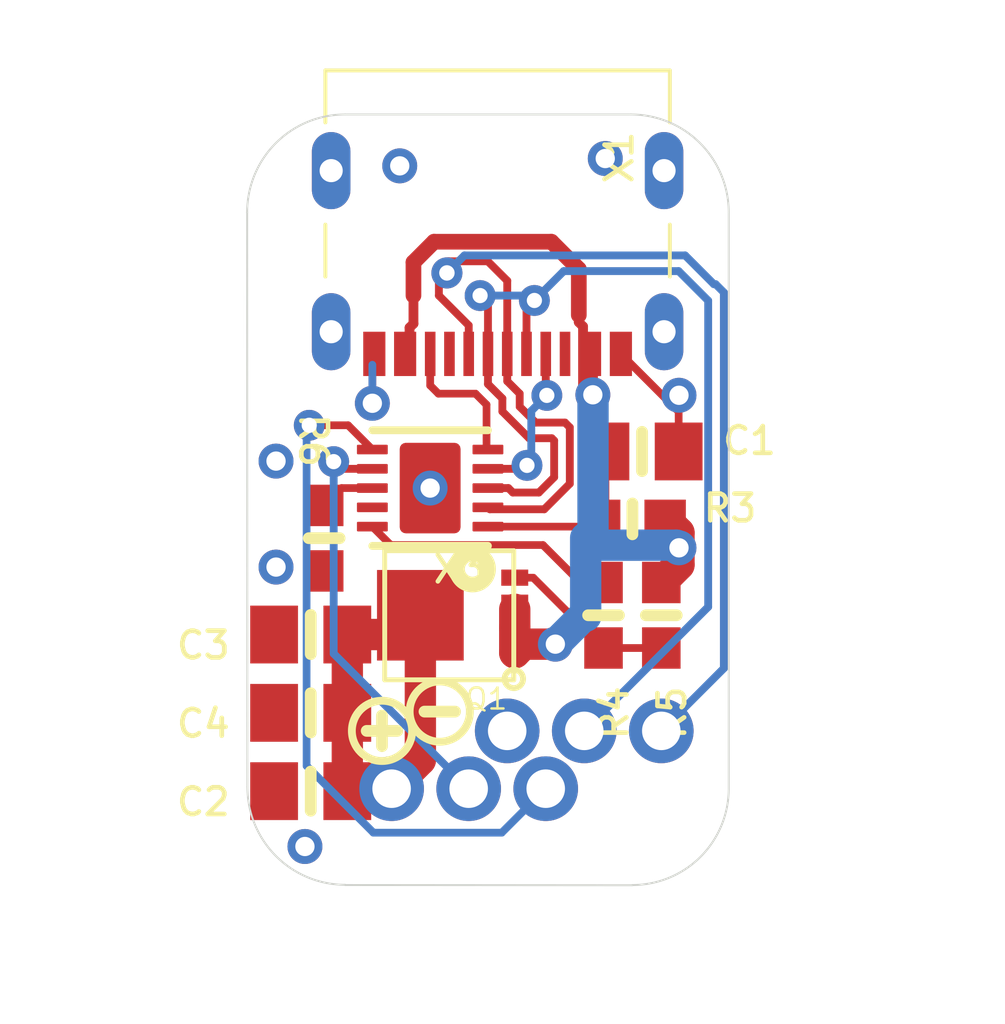
<source format=kicad_pcb>
(kicad_pcb (version 20240108) (generator "pcbnew") (generator_version "8.0")
  (layers (0 "F.Cu" signal) (31 "B.Cu" signal) (34 "B.Paste" user) (35 "F.Paste" user) (36 "B.SilkS" user "B.Silkscreen") (37 "F.SilkS" user "F.Silkscreen") (38 "B.Mask" user) (39 "F.Mask" user) (44 "Edge.Cuts" user))
  (net 0 "")
  (net 1 "VBUS")
  (net 2 "GND")
  (net 3 "D+")
  (net 4 "D-")
  (net 5 "CC1")
  (net 6 "CC2")
  (net 7 "VOUT")
  (net 8 "N$1")
  (net 9 "N$2")
  (net 10 "N$4")
  (net 11 "N$3")
  (net 12 "SCL")
  (net 13 "SDA")
  (net 14 "N$9")
  (footprint "Adafruit HUSB238 USB-C PD Breakout:0603-NO" (layer "F.Cu") (at 152 103.75)
    (property "Reference" "R3" (at 1.778 0.127 0) (layer "F.SilkS") (effects (font (size 0.692831 0.692831) (thickness 0.119969)) (justify left bottom)))
    (property "Value" "10 ohm")
    (fp_line (start 0 -0.4) (end 0 0.4) (stroke (width 0.3048)) (layer "F.SilkS"))
    (pad "1" smd rect (at -0.85 0) (size 1.075 1) (layers "F.Cu" "F.Paste" "F.Mask") (net 8 "N$1"))
    (pad "2" smd rect (at 0.85 0) (size 1.075 1) (layers "F.Cu" "F.Paste" "F.Mask") (net 1 "VBUS"))
  )
  (footprint "Adafruit HUSB238 USB-C PD Breakout:PLABEL4" (layer "F.Cu") (at 148 100.8761)
    (property "Reference" "PLABEL4" (hide yes))
    (property "Value" "" (hide yes))
  )
  (footprint "Adafruit HUSB238 USB-C PD Breakout:PLABEL16" (layer "F.Cu") (at 146.0246 115.3541)
    (property "Reference" "PLABEL16" (hide yes))
    (property "Value" "" (hide yes))
  )
  (footprint "Adafruit HUSB238 USB-C PD Breakout:PLABEL3" (layer "F.Cu") (at 140.9446 115.3541)
    (property "Reference" "PLABEL3" (hide yes))
    (property "Value" "" (hide yes))
  )
  (footprint "Adafruit HUSB238 USB-C PD Breakout:PLABEL6" (layer "F.Cu") (at 152.3391 102.5311)
    (property "Reference" "PLABEL6" (hide yes))
    (property "Value" "" (hide yes))
  )
  (footprint "Adafruit HUSB238 USB-C PD Breakout:PLABEL13" (layer "F.Cu") (at 143.098357 101.0031 90)
    (property "Reference" "PLABEL13" (hide yes))
    (property "Value" "" (hide yes))
  )
  (footprint "Adafruit HUSB238 USB-C PD Breakout:PLABEL14" (layer "F.Cu") (at 143.098357 98.7806 90)
    (property "Reference" "PLABEL14" (hide yes))
    (property "Value" "" (hide yes))
  )
  (footprint "Adafruit HUSB238 USB-C PD Breakout:PLABEL15" (layer "F.Cu") (at 140.3096 98.6536)
    (property "Reference" "PLABEL15" (hide yes))
    (property "Value" "" (hide yes))
  )
  (footprint "Adafruit HUSB238 USB-C PD Breakout:SYMBOL_MINUS" (layer "F.Cu") (at 147 108.75)
    (property "Reference" "U$14" (hide yes))
    (property "Value" "" (hide yes))
    (fp_line (start 0.3968 0) (end -0.3969 0) (stroke (width 0.3048)) (layer "F.SilkS"))
    (fp_circle (center 0 0) (end 0.7817 0) (stroke (width 0.2032)) (fill none) (layer "F.SilkS"))
  )
  (footprint "Adafruit HUSB238 USB-C PD Breakout:PLABEL8" (layer "F.Cu") (at 153.6446 107.4166)
    (property "Reference" "PLABEL8" (hide yes))
    (property "Value" "" (hide yes))
  )
  (footprint "Adafruit HUSB238 USB-C PD Breakout:0805-NO" (layer "F.Cu") (at 143.65 108.782 180)
    (property "Reference" "C4" (at 2.032 0.127 0) (layer "F.SilkS") (effects (font (size 0.692831 0.692831) (thickness 0.119969)) (justify right top)))
    (property "Value" "4.7uF")
    (fp_line (start 0 -0.508) (end 0 0.508) (stroke (width 0.3048)) (layer "F.SilkS"))
    (pad "1" smd rect (at -0.95 0 180) (size 1.24 1.5) (layers "F.Cu" "F.Paste" "F.Mask") (net 7 "VOUT"))
    (pad "2" smd rect (at 0.95 0 180) (size 1.24 1.5) (layers "F.Cu" "F.Paste" "F.Mask") (net 2 "GND"))
  )
  (footprint "Adafruit HUSB238 USB-C PD Breakout:1X03_ROUND" (layer "F.Cu") (at 150.75 109.25)
    (property "Reference" "JP4" (hide yes))
    (property "Value" "")
    (pad "1" thru_hole circle (at -2 0 90) (size 1.6764 1.6764) (drill 1) (layers "*.Cu" "*.Mask") (net 2 "GND"))
    (pad "2" thru_hole circle (at 0 0 90) (size 1.6764 1.6764) (drill 1) (layers "*.Cu" "*.Mask") (net 4 "D-"))
    (pad "3" thru_hole circle (at 2 0 90) (size 1.6764 1.6764) (drill 1) (layers "*.Cu" "*.Mask") (net 3 "D+"))
  )
  (footprint "Adafruit HUSB238 USB-C PD Breakout:0603-NO" (layer "F.Cu") (at 152.75 106.25 -90)
    (property "Reference" "R5" (at 1.778 0.127 90) (layer "F.SilkS") (effects (font (size 0.692831 0.692831) (thickness 0.119969)) (justify right top)))
    (property "Value" "49.9K")
    (fp_line (start 0 -0.4) (end 0 0.4) (stroke (width 0.3048)) (layer "F.SilkS"))
    (pad "1" smd rect (at -0.85 0 270) (size 1.075 1) (layers "F.Cu" "F.Paste" "F.Mask") (net 1 "VBUS"))
    (pad "2" smd rect (at 0.85 0 270) (size 1.075 1) (layers "F.Cu" "F.Paste" "F.Mask") (net 9 "N$2"))
  )
  (footprint "Adafruit HUSB238 USB-C PD Breakout:SYMBOL_PLUS" (layer "F.Cu") (at 145.5 109.25)
    (property "Reference" "U$7" (hide yes))
    (property "Value" "" (hide yes))
    (fp_line (start 0 -0.3968) (end 0 0.3968) (stroke (width 0.3048)) (layer "F.SilkS"))
    (fp_line (start 0.3968 0) (end -0.3969 0) (stroke (width 0.3048)) (layer "F.SilkS"))
    (fp_circle (center 0 0) (end 0.7817 0) (stroke (width 0.2032)) (fill none) (layer "F.SilkS"))
  )
  (footprint "Adafruit HUSB238 USB-C PD Breakout:POWERDI3333" (layer "F.Cu") (at 147.5 106.25 180)
    (property "Reference" "Q1" (at -1.3 -1.85 0) (layer "F.SilkS") (effects (font (size 0.545226 0.545226) (thickness 0.064374)) (justify right top)))
    (property "Value" "AONR21307")
    (fp_line (start 1.929 1.675) (end -1.421 1.675) (stroke (width 0.127)) (layer "F.SilkS"))
    (fp_line (start 1.929 -1.675) (end 1.929 1.675) (stroke (width 0.127)) (layer "F.SilkS"))
    (fp_line (start -1.421 1.675) (end -1.421 -1.675) (stroke (width 0.127)) (layer "F.SilkS"))
    (fp_line (start -1.421 -1.675) (end 1.929 -1.675) (stroke (width 0.127)) (layer "F.SilkS"))
    (fp_circle (center -1.4224 -1.651) (end -1.182779 -1.651) (stroke (width 0.1524)) (fill none) (layer "F.SilkS"))
    (pad "1" smd rect (at -1.446 -0.975 180) (size 0.7 0.42) (layers "F.Cu" "F.Paste" "F.Mask") (net 1 "VBUS"))
    (pad "2" smd rect (at -1.446 -0.325 180) (size 0.7 0.42) (layers "F.Cu" "F.Paste" "F.Mask") (net 1 "VBUS"))
    (pad "3" smd rect (at -1.446 0.325 180) (size 0.7 0.42) (layers "F.Cu" "F.Paste" "F.Mask") (net 1 "VBUS"))
    (pad "4" smd rect (at -1.446 0.975 180) (size 0.7 0.42) (layers "F.Cu" "F.Paste" "F.Mask") (net 9 "N$2"))
    (pad "5678" smd rect (at 1.004 0 90) (size 2.35 2.25) (layers "F.Cu" "F.Paste" "F.Mask") (net 7 "VOUT"))
  )
  (footprint "Adafruit HUSB238 USB-C PD Breakout:PLABEL1" (layer "F.Cu") (at 156.1211 115.7351)
    (property "Reference" "PLABEL1" (hide yes))
    (property "Value" "" (hide yes))
  )
  (footprint "Adafruit HUSB238 USB-C PD Breakout:0805-NO" (layer "F.Cu") (at 152.25 102)
    (property "Reference" "C1" (at 2.032 0.127 0) (layer "F.SilkS") (effects (font (size 0.692831 0.692831) (thickness 0.119969)) (justify left bottom)))
    (property "Value" "1uF/50V")
    (fp_line (start 0 -0.508) (end 0 0.508) (stroke (width 0.3048)) (layer "F.SilkS"))
    (pad "1" smd rect (at -0.95 0) (size 1.24 1.5) (layers "F.Cu" "F.Paste" "F.Mask") (net 8 "N$1"))
    (pad "2" smd rect (at 0.95 0) (size 1.24 1.5) (layers "F.Cu" "F.Paste" "F.Mask") (net 2 "GND"))
  )
  (footprint "Adafruit HUSB238 USB-C PD Breakout:DFN10_3X3MM" (layer "F.Cu") (at 146.75 102.95 90)
    (property "Reference" "X3" (at -1.7 1.5 0) (layer "F.SilkS") (effects (font (size 0.692831 0.692831) (thickness 0.119969)) (justify right top)))
    (property "Value" "HUSB238")
    (fp_line (start 1.5 -1.5) (end 1.5 1.5) (stroke (width 0.2032)) (layer "F.SilkS"))
    (fp_line (start -1.5 -1.5) (end -1.5 1.5) (stroke (width 0.2032)) (layer "F.SilkS"))
    (fp_circle (center -2.1 1.1) (end -1.9 1.1) (stroke (width 0.4064)) (fill none) (layer "F.SilkS"))
    (pad "1" smd roundrect (at -1 1.5 90) (size 0.25 0.8) (layers "F.Cu" "F.Paste" "F.Mask") (roundrect_rratio 0.1) (net 8 "N$1"))
    (pad "2" smd roundrect (at -0.5 1.5 90) (size 0.25 0.8) (layers "F.Cu" "F.Paste" "F.Mask") (roundrect_rratio 0.1) (net 3 "D+"))
    (pad "3" smd roundrect (at 0 1.5 90) (size 0.25 0.8) (layers "F.Cu" "F.Paste" "F.Mask") (roundrect_rratio 0.1) (net 4 "D-"))
    (pad "4" smd roundrect (at 0.5 1.5 90) (size 0.25 0.8) (layers "F.Cu" "F.Paste" "F.Mask") (roundrect_rratio 0.1) (net 5 "CC1"))
    (pad "5" smd roundrect (at 1 1.5 90) (size 0.25 0.8) (layers "F.Cu" "F.Paste" "F.Mask") (roundrect_rratio 0.1) (net 6 "CC2"))
    (pad "6" smd roundrect (at 1 -1.5 90) (size 0.25 0.8) (layers "F.Cu" "F.Paste" "F.Mask") (roundrect_rratio 0.1) (net 13 "SDA"))
    (pad "7" smd roundrect (at 0.5 -1.5 90) (size 0.25 0.8) (layers "F.Cu" "F.Paste" "F.Mask") (roundrect_rratio 0.1) (net 12 "SCL"))
    (pad "8" smd roundrect (at 0 -1.5 90) (size 0.25 0.8) (layers "F.Cu" "F.Paste" "F.Mask") (roundrect_rratio 0.1) (net 11 "N$3"))
    (pad "9" smd roundrect (at -0.5 -1.5 90) (size 0.25 0.8) (layers "F.Cu" "F.Paste" "F.Mask") (roundrect_rratio 0.1) (net 14 "N$9"))
    (pad "10" smd roundrect (at -1 -1.5 90) (size 0.25 0.8) (layers "F.Cu" "F.Paste" "F.Mask") (roundrect_rratio 0.1) (net 10 "N$4"))
    (pad "GND" smd roundrect (at 0 0 90) (size 2.35 1.58) (layers "F.Cu" "F.Mask") (roundrect_rratio 0.1) (net 2 "GND"))
  )
  (footprint "Adafruit HUSB238 USB-C PD Breakout:PLABEL10" (layer "F.Cu") (at 153.6446 111.2901)
    (property "Reference" "PLABEL10" (hide yes))
    (property "Value" "" (hide yes))
  )
  (footprint "Adafruit HUSB238 USB-C PD Breakout:0805-NO" (layer "F.Cu") (at 143.65 110.814 180)
    (property "Reference" "C2" (at 2.032 0.127 0) (layer "F.SilkS") (effects (font (size 0.692831 0.692831) (thickness 0.119969)) (justify right top)))
    (property "Value" "4.7uF")
    (fp_line (start 0 -0.508) (end 0 0.508) (stroke (width 0.3048)) (layer "F.SilkS"))
    (pad "1" smd rect (at -0.95 0 180) (size 1.24 1.5) (layers "F.Cu" "F.Paste" "F.Mask") (net 7 "VOUT"))
    (pad "2" smd rect (at 0.95 0 180) (size 1.24 1.5) (layers "F.Cu" "F.Paste" "F.Mask") (net 2 "GND"))
  )
  (footprint "Adafruit HUSB238 USB-C PD Breakout:0603-NO" (layer "F.Cu") (at 151.25 106.25 -90)
    (property "Reference" "R4" (at 1.778 0.127 90) (layer "F.SilkS") (effects (font (size 0.692831 0.692831) (thickness 0.119969)) (justify right top)))
    (property "Value" "5.1K")
    (fp_line (start 0 -0.4) (end 0 0.4) (stroke (width 0.3048)) (layer "F.SilkS"))
    (pad "1" smd rect (at -0.85 0 270) (size 1.075 1) (layers "F.Cu" "F.Paste" "F.Mask") (net 10 "N$4"))
    (pad "2" smd rect (at 0.85 0 270) (size 1.075 1) (layers "F.Cu" "F.Paste" "F.Mask") (net 9 "N$2"))
  )
  (footprint "Adafruit HUSB238 USB-C PD Breakout:PLABEL17" (layer "F.Cu") (at 151.0411 115.3541)
    (property "Reference" "PLABEL17" (hide yes))
    (property "Value" "" (hide yes))
  )
  (footprint "Adafruit HUSB238 USB-C PD Breakout:PLABEL0" (layer "F.Cu") (at 143.6116 115.3541)
    (property "Reference" "PLABEL0" (hide yes))
    (property "Value" "" (hide yes))
  )
  (footprint "Adafruit HUSB238 USB-C PD Breakout:PLABEL9" (layer "F.Cu") (at 153.6446 109.7661)
    (property "Reference" "PLABEL9" (hide yes))
    (property "Value" "" (hide yes))
  )
  (footprint "Adafruit HUSB238 USB-C PD Breakout:0805-NO" (layer "F.Cu") (at 143.65 106.75 180)
    (property "Reference" "C3" (at 2.032 0.127 0) (layer "F.SilkS") (effects (font (size 0.692831 0.692831) (thickness 0.119969)) (justify right top)))
    (property "Value" "4.7uF")
    (fp_line (start 0 -0.508) (end 0 0.508) (stroke (width 0.3048)) (layer "F.SilkS"))
    (pad "1" smd rect (at -0.95 0 180) (size 1.24 1.5) (layers "F.Cu" "F.Paste" "F.Mask") (net 7 "VOUT"))
    (pad "2" smd rect (at 0.95 0 180) (size 1.24 1.5) (layers "F.Cu" "F.Paste" "F.Mask") (net 2 "GND"))
  )
  (footprint "Adafruit HUSB238 USB-C PD Breakout:PLABEL11" (layer "F.Cu") (at 156.9466 111.2901)
    (property "Reference" "PLABEL11" (hide yes))
    (property "Value" "" (hide yes))
  )
  (footprint "Adafruit HUSB238 USB-C PD Breakout:PLABEL2" (layer "F.Cu") (at 153.5811 115.7351)
    (property "Reference" "PLABEL2" (hide yes))
    (property "Value" "" (hide yes))
  )
  (footprint "Adafruit HUSB238 USB-C PD Breakout:0603-NO" (layer "F.Cu") (at 144 104.25 90)
    (property "Reference" "R6" (at 1.778 0.127 -90) (layer "F.SilkS") (effects (font (size 0.692831 0.692831) (thickness 0.119969)) (justify right top)))
    (property "Value" "14K" (hide yes))
    (fp_line (start 0 -0.4) (end 0 0.4) (stroke (width 0.3048)) (layer "F.SilkS"))
    (pad "1" smd rect (at -0.85 0 90) (size 1.075 1) (layers "F.Cu" "F.Paste" "F.Mask") (net 2 "GND"))
    (pad "2" smd rect (at 0.85 0 90) (size 1.075 1) (layers "F.Cu" "F.Paste" "F.Mask") (net 11 "N$3"))
  )
  (footprint "Adafruit HUSB238 USB-C PD Breakout:1X03_ROUND" (layer "F.Cu") (at 147.75 110.75)
    (property "Reference" "JP3" (hide yes))
    (property "Value" "")
    (pad "1" thru_hole circle (at -2 0 90) (size 1.6764 1.6764) (drill 1) (layers "*.Cu" "*.Mask") (net 7 "VOUT"))
    (pad "2" thru_hole circle (at 0 0 90) (size 1.6764 1.6764) (drill 1) (layers "*.Cu" "*.Mask") (net 12 "SCL"))
    (pad "3" thru_hole circle (at 2 0 90) (size 1.6764 1.6764) (drill 1) (layers "*.Cu" "*.Mask") (net 13 "SDA"))
  )
  (footprint "Adafruit HUSB238 USB-C PD Breakout:PLABEL5" (layer "F.Cu") (at 154.1526 100.3681)
    (property "Reference" "PLABEL5" (hide yes))
    (property "Value" "" (hide yes))
  )
  (footprint "Adafruit HUSB238 USB-C PD Breakout:PLABEL7" (layer "F.Cu") (at 153.6446 105.1306)
    (property "Reference" "PLABEL7" (hide yes))
    (property "Value" "" (hide yes))
  )
  (footprint "Adafruit HUSB238 USB-C PD Breakout:PLABEL12" (layer "F.Cu") (at 142.6591 105.3211 90)
    (property "Reference" "PLABEL12" (hide yes))
    (property "Value" "" (hide yes))
  )
  (footprint "Adafruit HUSB238 USB-C PD Breakout:USB_C_CUSB31-CFM2AX-01-X" (layer "F.Cu") (at 148.5011 97.1931 180)
    (property "Reference" "X1" (at -2.75 3.56 90) (layer "F.SilkS") (effects (font (size 0.692831 0.692831) (thickness 0.119969)) (justify right top)))
    (property "Value" "USB Type C")
    (fp_line (start 4.47 5.08) (end -4.47 5.08) (stroke (width 0.1016)) (layer "F.SilkS"))
    (fp_line (start 4.47 3.73) (end 4.47 5.08) (stroke (width 0.1016)) (layer "F.SilkS"))
    (fp_line (start 4.47 -0.27) (end 4.47 1.08) (stroke (width 0.1016)) (layer "F.SilkS"))
    (fp_line (start -4.47 5.08) (end -4.47 3.73) (stroke (width 0.1016)) (layer "F.SilkS"))
    (fp_line (start -4.47 1.08) (end -4.47 -0.27) (stroke (width 0.1016)) (layer "F.SilkS"))
    (pad "" np_thru_hole circle (at -2.89 -1.2 180) (size 0.65 0.65) (drill 0.65) (layers "*.Cu" "*.Mask"))
    (pad "" np_thru_hole circle (at 2.89 -1.2 180) (size 0.65 0.65) (drill 0.65) (layers "*.Cu" "*.Mask"))
    (pad "A1B12" smd rect (at -3.2 -2.275 180) (size 0.575 1.15) (layers "F.Cu" "F.Mask") (net 2 "GND"))
    (pad "A4B9" smd rect (at -2.4 -2.275 180) (size 0.575 1.15) (layers "F.Cu" "F.Mask") (net 1 "VBUS"))
    (pad "A5" smd rect (at -1.25 -2.275 180) (size 0.275 1.15) (layers "F.Cu" "F.Paste" "F.Mask") (net 5 "CC1"))
    (pad "A6" smd rect (at -0.25 -2.275 180) (size 0.275 1.15) (layers "F.Cu" "F.Paste" "F.Mask") (net 3 "D+"))
    (pad "A7" smd rect (at 0.25 -2.275 180) (size 0.275 1.15) (layers "F.Cu" "F.Paste" "F.Mask") (net 4 "D-"))
    (pad "A8" smd rect (at 1.25 -2.275 180) (size 0.275 1.15) (layers "F.Cu" "F.Paste" "F.Mask"))
    (pad "B1A12" smd rect (at 3.2 -2.275 180) (size 0.575 1.15) (layers "F.Cu" "F.Mask") (net 2 "GND"))
    (pad "B4A9" smd rect (at 2.4 -2.275 180) (size 0.575 1.15) (layers "F.Cu" "F.Mask") (net 1 "VBUS"))
    (pad "B5" smd rect (at 1.75 -2.275 180) (size 0.275 1.15) (layers "F.Cu" "F.Paste" "F.Mask") (net 6 "CC2"))
    (pad "B6" smd rect (at 0.75 -2.275 180) (size 0.275 1.15) (layers "F.Cu" "F.Paste" "F.Mask") (net 3 "D+"))
    (pad "B7" smd rect (at -0.75 -2.275 180) (size 0.275 1.15) (layers "F.Cu" "F.Paste" "F.Mask") (net 4 "D-"))
    (pad "B8" smd rect (at -1.75 -2.275 180) (size 0.275 1.15) (layers "F.Cu" "F.Paste" "F.Mask"))
    (pad "M1" thru_hole oval (at -4.32 -1.7 270) (size 2 1) (drill 0.6) (layers "*.Cu" "*.Mask"))
    (pad "M2" thru_hole oval (at 4.32 -1.7 270) (size 2 1) (drill 0.6) (layers "*.Cu" "*.Mask"))
    (pad "M3" thru_hole oval (at -4.32 2.48 270) (size 2 1) (drill 0.6) (layers "*.Cu" "*.Mask"))
    (pad "M4" thru_hole oval (at 4.32 2.48 270) (size 2 1) (drill 0.6) (layers "*.Cu" "*.Mask"))
  )
  (footprint "Adafruit HUSB238 USB-C PD Breakout:PLABEL19" (layer "B.Cu") (at 148.5011 104.6226 180)
    (property "Reference" "PLABEL19" (hide yes))
    (property "Value" "" (hide yes))
  )
  (footprint "Adafruit HUSB238 USB-C PD Breakout:PLABEL18" (layer "B.Cu") (at 148.5011 96.8121 180)
    (property "Reference" "PLABEL18" (hide yes))
    (property "Value" "" (hide yes))
  )
  (gr_line (start 154.5 95.796051) (end 154.499999 110.789681) (stroke (width 0.05)) (layer "Edge.Cuts"))
  (gr_arc (start 151.96 93.256051) (mid 153.756051 94) (end 154.5 95.796051) (stroke (width 0.05)) (layer "Edge.Cuts"))
  (gr_arc (start 142 95.796051) (mid 142.743949 94) (end 144.54 93.256051) (stroke (width 0.05)) (layer "Edge.Cuts"))
  (gr_line (start 142.006051 110.703949) (end 142 95.7961) (stroke (width 0.05)) (layer "Edge.Cuts"))
  (gr_line (start 144.54 93.256051) (end 151.96 93.256051) (stroke (width 0.05)) (layer "Edge.Cuts"))
  (gr_line (start 152 113.256051) (end 144.546051 113.25) (stroke (width 0.05)) (layer "Edge.Cuts"))
  (gr_arc (start 154.499999 110.789681) (mid 153.753793 112.53176) (end 152 113.25) (stroke (width 0.05)) (layer "Edge.Cuts"))
  (gr_arc (start 144.546051 113.243949) (mid 142.75 112.5) (end 142.006051 110.703949) (stroke (width 0.05)) (layer "Edge.Cuts"))
  (segment (start 148.946 106.575) (end 148.946 106.0946) (width 0.8128) (layer "F.Cu") (net 1))
  (segment (start 146.3171 97.9551) (end 146.3171 97.0911) (width 0.4064) (layer "F.Cu") (net 1))
  (segment (start 146.2151 99.7351) (end 146.2151 98.787538) (width 0.254) (layer "F.Cu") (net 1))
  (segment (start 146.3171 97.0911) (end 146.8501 96.5581) (width 0.4064) (layer "F.Cu") (net 1))
  (segment (start 153.209 104.109) (end 152.85 103.75) (width 0.8128) (layer "F.Cu") (net 1))
  (segment (start 149.171 107) (end 148.946 107.225) (width 0.8128) (layer "F.Cu") (net 1))
  (segment (start 146.2151 99.7351) (end 146.198362 99.565363) (width 0.254) (layer "F.Cu") (net 1))
  (segment (start 150 107) (end 149.171 107) (width 0.8128) (layer "F.Cu") (net 1))
  (segment (start 149.8981 96.5581) (end 150.6089 97.2689) (width 0.4064) (layer "F.Cu") (net 1))
  (segment (start 146.1011 99.4681) (end 146.198362 99.565363) (width 0.254) (layer "F.Cu") (net 1))
  (segment (start 150.9011 100.457746) (end 150.9011 99.4681) (width 0.4064) (layer "F.Cu") (net 1))
  (segment (start 153.209 104.941) (end 152.75 105.4) (width 0.8128) (layer "F.Cu") (net 1))
  (segment (start 150.6089 98.4631) (end 150.6089 98.646425) (width 0.254) (layer "F.Cu") (net 1))
  (segment (start 153.209 104.5) (end 153.209 104.109) (width 0.8128) (layer "F.Cu") (net 1))
  (segment (start 150.6089 97.2689) (end 150.6089 98.4631) (width 0.4064) (layer "F.Cu") (net 1))
  (segment (start 150.7188 100.5558) (end 150.9011 99.4681) (width 0.254) (layer "F.Cu") (net 1))
  (segment (start 150.7188 98.756325) (end 150.7188 100.5558) (width 0.254) (layer "F.Cu") (net 1))
  (segment (start 146.2151 98.787538) (end 146.3171 98.685538) (width 0.254) (layer "F.Cu") (net 1))
  (segment (start 148.946 107.225) (end 148.946 106.575) (width 0.8128) (layer "F.Cu") (net 1))
  (segment (start 150.973086 100.529732) (end 150.9011 100.457746) (width 0.4064) (layer "F.Cu") (net 1))
  (segment (start 146.3171 98.685538) (end 146.3171 97.9551) (width 0.254) (layer "F.Cu") (net 1))
  (segment (start 153.209 104.5) (end 153.209 104.941) (width 0.8128) (layer "F.Cu") (net 1))
  (segment (start 146.8501 96.5581) (end 149.8981 96.5581) (width 0.4064) (layer "F.Cu") (net 1))
  (segment (start 150.6089 98.646425) (end 150.7188 98.756325) (width 0.254) (layer "F.Cu") (net 1))
  (via (at 153.209 104.5) (size 0.9064) (drill 0.5) (layers "F.Cu" "B.Cu") (net 1))
  (via (at 150.973086 100.529732) (size 0.9064) (drill 0.5) (layers "F.Cu" "B.Cu") (net 1))
  (via (at 150 107) (size 0.9064) (drill 0.5) (layers "F.Cu" "B.Cu") (net 1))
  (segment (start 153.1411 104.4321) (end 150.9776 104.4321) (width 0.8128) (layer "B.Cu") (net 1))
  (segment (start 150.7871 106.2736) (end 150.7871 104.2416) (width 0.8128) (layer "B.Cu") (net 1))
  (segment (start 150.7871 104.2416) (end 150.9776 104.4321) (width 0.4064) (layer "B.Cu") (net 1))
  (segment (start 150.973086 100.529732) (end 150.9776 100.534246) (width 0.8128) (layer "B.Cu") (net 1))
  (segment (start 150.9776 100.534246) (end 150.9776 104.4321) (width 0.8128) (layer "B.Cu") (net 1))
  (segment (start 153.209 104.5) (end 153.1411 104.4321) (width 0.8128) (layer "B.Cu") (net 1))
  (segment (start 150.7264 106.2736) (end 150 107) (width 0.8128) (layer "B.Cu") (net 1))
  (segment (start 150.7871 106.2736) (end 150.7264 106.2736) (width 0.8128) (layer "B.Cu") (net 1))
  (segment (start 153.2 102) (end 153.2 100.967) (width 0.2) (layer "F.Cu") (net 2))
  (segment (start 153.2 100.967) (end 151.7011 99.4681) (width 0.2) (layer "F.Cu") (net 2))
  (segment (start 145.25 100.75) (end 145.25 99.5192) (width 0.2) (layer "F.Cu") (net 2))
  (segment (start 145.25 99.5192) (end 145.3011 99.4681) (width 0.2) (layer "F.Cu") (net 2))
  (via (at 145.25 100.75) (size 0.9064) (drill 0.5) (layers "F.Cu" "B.Cu") (net 2))
  (via (at 142.75 105) (size 0.9064) (drill 0.5) (layers "F.Cu" "B.Cu") (net 2))
  (via (at 142.75 102.25) (size 0.9064) (drill 0.5) (layers "F.Cu" "B.Cu") (net 2))
  (via (at 153.209 100.542283) (size 0.9064) (drill 0.5) (layers "F.Cu" "B.Cu") (net 2))
  (via (at 145.9611 94.5896) (size 0.9064) (drill 0.5) (layers "F.Cu" "B.Cu") (net 2))
  (via (at 146.75 102.95) (size 0.9064) (drill 0.5) (layers "F.Cu" "B.Cu") (net 2))
  (via (at 143.5 112.25) (size 0.9064) (drill 0.5) (layers "F.Cu" "B.Cu") (net 2))
  (via (at 151.2951 94.3991) (size 0.9064) (drill 0.5) (layers "F.Cu" "B.Cu") (net 2))
  (segment (start 145.25 100.75) (end 145.25 99.75) (width 0.2) (layer "B.Cu") (net 2))
  (segment (start 149.711872 103.5) (end 148.3 103.5) (width 0.2032) (layer "F.Cu") (net 3))
  (segment (start 149.487126 101.25) (end 150.25 101.25) (width 0.2032) (layer "F.Cu") (net 3))
  (segment (start 150.3752 101.3752) (end 150.3752 102.836672) (width 0.2032) (layer "F.Cu") (net 3))
  (segment (start 146.9771 97.3201) (end 146.9771 97.9551) (width 0.2032) (layer "F.Cu") (net 3))
  (segment (start 150.3752 102.836672) (end 149.711872 103.5) (width 0.2032) (layer "F.Cu") (net 3))
  (segment (start 148.7511 97.5701) (end 148.2471 97.0661) (width 0.2032) (layer "F.Cu") (net 3))
  (segment (start 150.25 101.25) (end 150.3752 101.3752) (width 0.2032) (layer "F.Cu") (net 3))
  (segment (start 147.2311 97.0661) (end 147.1041 97.1931) (width 0.2032) (layer "F.Cu") (net 3))
  (segment (start 147.1041 97.1931) (end 146.9771 97.3201) (width 0.2032) (layer "F.Cu") (net 3))
  (segment (start 148.7511 99.4681) (end 148.7511 100.17699) (width 0.2032) (layer "F.Cu") (net 3))
  (segment (start 148.2471 97.0661) (end 147.2311 97.0661) (width 0.2032) (layer "F.Cu") (net 3))
  (segment (start 147.7511 98.7291) (end 147.7511 99.4681) (width 0.2032) (layer "F.Cu") (net 3))
  (segment (start 147.7511 98.7291) (end 146.9771 97.9551) (width 0.2032) (layer "F.Cu") (net 3))
  (segment (start 149.07411 100.836984) (end 149.487126 101.25) (width 0.2032) (layer "F.Cu") (net 3))
  (segment (start 149.07411 100.5) (end 149.07411 100.836984) (width 0.2032) (layer "F.Cu") (net 3))
  (segment (start 147.1041 97.1931) (end 147.18545 97.27445) (width 0.2032) (layer "F.Cu") (net 3))
  (segment (start 148.7511 100.17699) (end 149.07411 100.5) (width 0.2032) (layer "F.Cu") (net 3))
  (segment (start 147.18545 97.27445) (end 147.18545 97.3677) (width 0.2032) (layer "F.Cu") (net 3))
  (segment (start 148.3 103.5) (end 148.25 103.45) (width 0.2032) (layer "F.Cu") (net 3))
  (segment (start 148.7511 99.4681) (end 148.7511 97.5701) (width 0.2032) (layer "F.Cu") (net 3))
  (via (at 147.18545 97.3677) (size 0.8064) (drill 0.4) (layers "F.Cu" "B.Cu") (net 3))
  (segment (start 147.63945 96.9137) (end 153.368437 96.9137) (width 0.2032) (layer "B.Cu") (net 3))
  (segment (start 154.159763 97.659763) (end 154.3734 97.8734) (width 0.2032) (layer "B.Cu") (net 3))
  (segment (start 154.3734 97.8734) (end 154.3734 107.6266) (width 0.2032) (layer "B.Cu") (net 3))
  (segment (start 153.368437 96.9137) (end 154.1145 97.659763) (width 0.2032) (layer "B.Cu") (net 3))
  (segment (start 154.3734 107.6266) (end 152.75 109.25) (width 0.2032) (layer "B.Cu") (net 3))
  (segment (start 154.1145 97.659763) (end 154.159763 97.659763) (width 0.2032) (layer "B.Cu") (net 3))
  (segment (start 147.18545 97.3677) (end 147.63945 96.9137) (width 0.2032) (layer "B.Cu") (net 3))
  (segment (start 148.2511 99.4681) (end 148.2511 98.15995) (width 0.2032) (layer "F.Cu") (net 4))
  (segment (start 149.9064 101.6564) (end 149.9688 101.7188) (width 0.2032) (layer "F.Cu") (net 4))
  (segment (start 148.2511 98.15995) (end 148.04625 97.9551) (width 0.2032) (layer "F.Cu") (net 4))
  (segment (start 148.624687 100.962297) (end 149.31879 101.6564) (width 0.2032) (layer "F.Cu") (net 4))
  (segment (start 149.9688 101.7188) (end 149.9688 102.668336) (width 0.2032) (layer "F.Cu") (net 4))
  (segment (start 148.2511 99.4681) (end 148.2511 100.251726) (width 0.2032) (layer "F.Cu") (net 4))
  (segment (start 149.31879 101.6564) (end 149.9064 101.6564) (width 0.2032) (layer "F.Cu") (net 4))
  (segment (start 148.2511 100.251726) (end 148.624687 100.625313) (width 0.2032) (layer "F.Cu") (net 4))
  (segment (start 149.45595 98.0821) (end 149.33995 98.1981) (width 0.2032) (layer "F.Cu") (net 4))
  (segment (start 149.9688 102.668336) (end 149.571036 103.0661) (width 0.2032) (layer "F.Cu") (net 4))
  (segment (start 149.33995 98.1981) (end 149.2511 98.1981) (width 0.2032) (layer "F.Cu") (net 4))
  (segment (start 149.2511 98.1981) (end 149.2511 99.4681) (width 0.2032) (layer "F.Cu") (net 4))
  (segment (start 148.624687 100.625313) (end 148.624687 100.962297) (width 0.2032) (layer "F.Cu") (net 4))
  (segment (start 149.571036 103.0661) (end 148.8969 103.0661) (width 0.2032) (layer "F.Cu") (net 4))
  (segment (start 148.7808 102.95) (end 148.25 102.95) (width 0.2032) (layer "F.Cu") (net 4))
  (segment (start 148.8969 103.0661) (end 148.7808 102.95) (width 0.2032) (layer "F.Cu") (net 4))
  (via (at 149.45595 98.0821) (size 0.8001) (drill 0.3937) (layers "F.Cu" "B.Cu") (net 4))
  (via (at 148.04625 97.9551) (size 0.8001) (drill 0.3937) (layers "F.Cu" "B.Cu") (net 4))
  (segment (start 149.45595 98.0821) (end 150.21795 97.3201) (width 0.2032) (layer "B.Cu") (net 4))
  (segment (start 153.2001 97.3201) (end 153.967 98.087) (width 0.2032) (layer "B.Cu") (net 4))
  (segment (start 153.967 98.087) (end 153.967 106.033) (width 0.2032) (layer "B.Cu") (net 4))
  (segment (start 149.32895 97.9551) (end 148.04625 97.9551) (width 0.2032) (layer "B.Cu") (net 4))
  (segment (start 150.21795 97.3201) (end 153.2001 97.3201) (width 0.2032) (layer "B.Cu") (net 4))
  (segment (start 149.32895 97.9551) (end 149.45595 98.0821) (width 0.2032) (layer "B.Cu") (net 4))
  (segment (start 153.967 106.033) (end 150.75 109.25) (width 0.2032) (layer "B.Cu") (net 4))
  (segment (start 149.7511 100.517164) (end 149.7511 99.4681) (width 0.2032) (layer "F.Cu") (net 5))
  (segment (start 149.26395 102.36125) (end 149.1752 102.45) (width 0.2032) (layer "F.Cu") (net 5))
  (segment (start 149.77896 100.545024) (end 149.7511 100.517164) (width 0.2032) (layer "F.Cu") (net 5))
  (segment (start 149.1752 102.45) (end 148.25 102.45) (width 0.2032) (layer "F.Cu") (net 5))
  (via (at 149.77896 100.545024) (size 0.8001) (drill 0.3937) (layers "F.Cu" "B.Cu") (net 5))
  (via (at 149.26395 102.36125) (size 0.8001) (drill 0.3937) (layers "F.Cu" "B.Cu") (net 5))
  (segment (start 149.26395 102.36125) (end 149.375071 102.250129) (width 0.2032) (layer "B.Cu") (net 5))
  (segment (start 149.375071 100.948913) (end 149.77896 100.545024) (width 0.2032) (layer "B.Cu") (net 5))
  (segment (start 149.375071 102.250129) (end 149.375071 100.948913) (width 0.2032) (layer "B.Cu") (net 5))
  (segment (start 147.9269 100.5) (end 148.21345 100.78655) (width 0.2) (layer "F.Cu") (net 6))
  (segment (start 146.7511 99.4681) (end 146.7511 100.287) (width 0.2) (layer "F.Cu") (net 6))
  (segment (start 148.21345 100.78655) (end 148.21345 101.91345) (width 0.2) (layer "F.Cu") (net 6))
  (segment (start 146.9641 100.5) (end 147.9269 100.5) (width 0.2) (layer "F.Cu") (net 6))
  (segment (start 146.7511 100.287) (end 146.9641 100.5) (width 0.2) (layer "F.Cu") (net 6))
  (segment (start 148.21345 101.91345) (end 148.25 101.95) (width 0.2) (layer "F.Cu") (net 6))
  (segment (start 144.6 110.814) (end 145.686 110.814) (width 0.8128) (layer "F.Cu") (net 7))
  (segment (start 145.686 110.814) (end 145.75 110.75) (width 0.8128) (layer "F.Cu") (net 7))
  (segment (start 145.996 106.75) (end 146.496 106.25) (width 0.8128) (layer "F.Cu") (net 7))
  (segment (start 144.6 108.782) (end 144.6 110.814) (width 0.8128) (layer "F.Cu") (net 7))
  (segment (start 146.496 110.004) (end 145.75 110.75) (width 0.8128) (layer "F.Cu") (net 7))
  (segment (start 146.496 106.25) (end 146.496 110.004) (width 0.8128) (layer "F.Cu") (net 7))
  (segment (start 144.6 106.75) (end 145.996 106.75) (width 0.8128) (layer "F.Cu") (net 7))
  (segment (start 144.6 106.75) (end 144.6 108.782) (width 0.8128) (layer "F.Cu") (net 7))
  (segment (start 151.15 103.75) (end 150.95 103.95) (width 0.2) (layer "F.Cu") (net 8))
  (segment (start 151.3 102) (end 151.3 103.6) (width 0.2) (layer "F.Cu") (net 8))
  (segment (start 151.3 103.6) (end 151.15 103.75) (width 0.2) (layer "F.Cu") (net 8))
  (segment (start 151.05 103.65) (end 151.15 103.75) (width 0.2) (layer "F.Cu") (net 8))
  (segment (start 150.95 103.95) (end 148.25 103.95) (width 0.2) (layer "F.Cu") (net 8))
  (segment (start 149.425 105.275) (end 148.946 105.275) (width 0.2) (layer "F.Cu") (net 9))
  (segment (start 151.25 107.1) (end 149.425 105.275) (width 0.2) (layer "F.Cu") (net 9))
  (segment (start 152.75 107.1) (end 151.25 107.1) (width 0.2) (layer "F.Cu") (net 9))
  (segment (start 150.65 105.4) (end 149.6782 104.4282) (width 0.2) (layer "F.Cu") (net 10))
  (segment (start 151.25 105.4) (end 150.65 105.4) (width 0.2) (layer "F.Cu") (net 10))
  (segment (start 145.7282 104.4282) (end 145.25 103.95) (width 0.2) (layer "F.Cu") (net 10))
  (segment (start 149.6782 104.4282) (end 145.7282 104.4282) (width 0.2) (layer "F.Cu") (net 10))
  (segment (start 144.182882 102.967118) (end 143.75 103.4) (width 0.2) (layer "F.Cu") (net 11))
  (segment (start 144.45 102.95) (end 145.25 102.95) (width 0.2) (layer "F.Cu") (net 11))
  (segment (start 144 103.4) (end 144.45 102.95) (width 0.2) (layer "F.Cu") (net 11))
  (segment (start 145.25 102.95) (end 145.232882 102.967118) (width 0.2) (layer "F.Cu") (net 11))
  (segment (start 144.226996 102.28265) (end 144.245778 102.263868) (width 0.2032) (layer "F.Cu") (net 12))
  (segment (start 144.43191 102.45) (end 145.25 102.45) (width 0.2032) (layer "F.Cu") (net 12))
  (segment (start 144.245778 102.263868) (end 144.43191 102.45) (width 0.2032) (layer "F.Cu") (net 12))
  (via (at 144.245778 102.263868) (size 0.8001) (drill 0.3937) (layers "F.Cu" "B.Cu") (net 12))
  (segment (start 144.245778 102.263868) (end 144.245778 107.245778) (width 0.2032) (layer "B.Cu") (net 12))
  (segment (start 144.245778 102.263868) (end 144.226996 102.28265) (width 0.2032) (layer "B.Cu") (net 12))
  (segment (start 144.245778 107.245778) (end 147.75 110.75) (width 0.2032) (layer "B.Cu") (net 12))
  (segment (start 145.25 101.95) (end 144.6206 101.3206) (width 0.2) (layer "F.Cu") (net 13))
  (segment (start 143.4451 101.4871) (end 143.6116 101.3206) (width 0.2032) (layer "F.Cu") (net 13))
  (segment (start 144.6206 101.3206) (end 143.6116 101.3206) (width 0.2) (layer "F.Cu") (net 13))
  (via (at 143.6116 101.3206) (size 0.8001) (drill 0.3937) (layers "F.Cu" "B.Cu") (net 13))
  (segment (start 148.6086 111.8914) (end 149.75 110.75) (width 0.2) (layer "B.Cu") (net 13))
  (segment (start 143.6116 101.3206) (end 143.542528 101.389672) (width 0.2) (layer "B.Cu") (net 13))
  (segment (start 143.542528 101.389672) (end 143.542528 110.156712) (width 0.2) (layer "B.Cu") (net 13))
  (segment (start 143.542528 110.156712) (end 145.277216 111.8914) (width 0.2) (layer "B.Cu") (net 13))
  (segment (start 145.277216 111.8914) (end 148.6086 111.8914) (width 0.2) (layer "B.Cu") (net 13))
)
</source>
